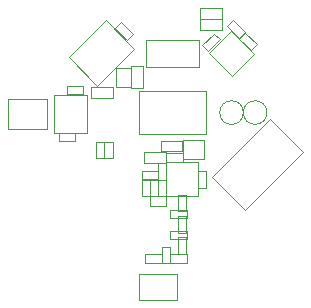
<source format=gbr>
%TF.GenerationSoftware,KiCad,Pcbnew,8.99.0-unknown-ce20689caf~181~ubuntu24.04.1*%
%TF.CreationDate,2024-12-06T11:41:52-05:00*%
%TF.ProjectId,nRF54L15_nPM2100_CR2032,6e524635-344c-4313-955f-6e504d323130,rev?*%
%TF.SameCoordinates,Original*%
%TF.FileFunction,Other,User*%
%FSLAX46Y46*%
G04 Gerber Fmt 4.6, Leading zero omitted, Abs format (unit mm)*
G04 Created by KiCad (PCBNEW 8.99.0-unknown-ce20689caf~181~ubuntu24.04.1) date 2024-12-06 11:41:52*
%MOMM*%
%LPD*%
G01*
G04 APERTURE LIST*
%ADD10C,0.050000*%
G04 APERTURE END LIST*
D10*
%TO.C,U1*%
X189493000Y-59152000D02*
X192193000Y-59152000D01*
X189493000Y-62052000D02*
X189493000Y-59152000D01*
X192193000Y-59152000D02*
X192193000Y-62052000D01*
X192193000Y-62052000D02*
X189493000Y-62052000D01*
%TO.C,L6*%
X189810000Y-67010000D02*
X191210000Y-67010000D01*
X189810000Y-67710000D02*
X189810000Y-67010000D01*
X191210000Y-67010000D02*
X191210000Y-67710000D01*
X191210000Y-67710000D02*
X189810000Y-67710000D01*
%TO.C,C12*%
X188080000Y-60683800D02*
X188780000Y-60683800D01*
X188080000Y-62083800D02*
X188080000Y-60683800D01*
X188780000Y-60683800D02*
X188780000Y-62083800D01*
X188780000Y-62083800D02*
X188080000Y-62083800D01*
%TO.C,L7*%
X187700000Y-67010000D02*
X189100000Y-67010000D01*
X187700000Y-67710000D02*
X187700000Y-67010000D01*
X189100000Y-67010000D02*
X189100000Y-67710000D01*
X189100000Y-67710000D02*
X187700000Y-67710000D01*
%TO.C,C16*%
X192517538Y-49307487D02*
X193507487Y-48317538D01*
X193012513Y-49802462D02*
X192517538Y-49307487D01*
X193507487Y-48317538D02*
X194002462Y-48812513D01*
X194002462Y-48812513D02*
X193012513Y-49802462D01*
%TO.C,JP2*%
X192370000Y-47060000D02*
X194230000Y-47060000D01*
X192370000Y-48000000D02*
X192370000Y-47060000D01*
X194230000Y-47060000D02*
X194230000Y-48000000D01*
X194230000Y-48000000D02*
X192370000Y-48000000D01*
%TO.C,L4*%
X190480000Y-65570000D02*
X191180000Y-65570000D01*
X190480000Y-66970000D02*
X190480000Y-65570000D01*
X191180000Y-65570000D02*
X191180000Y-66970000D01*
X191180000Y-66970000D02*
X190480000Y-66970000D01*
%TO.C,L1*%
X187620000Y-58353800D02*
X189480000Y-58353800D01*
X187620000Y-59293800D02*
X187620000Y-58353800D01*
X189480000Y-58353800D02*
X189480000Y-59293800D01*
X189480000Y-59293800D02*
X187620000Y-59293800D01*
%TO.C,TP2*%
X198000000Y-55000000D02*
G75*
G02*
X196000000Y-55000000I-1000000J0D01*
G01*
X196000000Y-55000000D02*
G75*
G02*
X198000000Y-55000000I1000000J0D01*
G01*
%TO.C,C1*%
X188780000Y-59293800D02*
X189480000Y-59293800D01*
X188780000Y-60693800D02*
X188780000Y-59293800D01*
X189480000Y-59293800D02*
X189480000Y-60693800D01*
X189480000Y-60693800D02*
X188780000Y-60693800D01*
%TO.C,Y2*%
X188080000Y-62893800D02*
X189480000Y-62893800D01*
X189480000Y-62093800D01*
X188080000Y-62093800D01*
X188080000Y-62893800D01*
%TO.C,C10*%
X189010000Y-57370000D02*
X190830000Y-57370000D01*
X189010000Y-58290000D02*
X189010000Y-57370000D01*
X190830000Y-57370000D02*
X190830000Y-58290000D01*
X190830000Y-58290000D02*
X189010000Y-58290000D01*
%TO.C,JP3*%
X192370000Y-46120000D02*
X194230000Y-46120000D01*
X192370000Y-47060000D02*
X192370000Y-46120000D01*
X194230000Y-46120000D02*
X194230000Y-47060000D01*
X194230000Y-47060000D02*
X192370000Y-47060000D01*
%TO.C,C15*%
X195657538Y-48732513D02*
X196152513Y-48237538D01*
X196152513Y-48237538D02*
X197142462Y-49227487D01*
X196647487Y-49722462D02*
X195657538Y-48732513D01*
X197142462Y-49227487D02*
X196647487Y-49722462D01*
%TO.C,C11*%
X189480000Y-58463800D02*
X190880000Y-58463800D01*
X189480000Y-59163800D02*
X189480000Y-58463800D01*
X190880000Y-58463800D02*
X190880000Y-59163800D01*
X190880000Y-59163800D02*
X189480000Y-59163800D01*
%TO.C,R3*%
X184240000Y-57470000D02*
X184940000Y-57470000D01*
X184240000Y-58870000D02*
X184240000Y-57470000D01*
X184940000Y-57470000D02*
X184940000Y-58870000D01*
X184940000Y-58870000D02*
X184240000Y-58870000D01*
%TO.C,AE1*%
X187180000Y-68700000D02*
X190380000Y-68700000D01*
X187180000Y-70900000D02*
X187180000Y-68700000D01*
X190355000Y-70900000D02*
X187180000Y-70900000D01*
X190380000Y-68700000D02*
X190380000Y-70900000D01*
%TO.C,C4*%
X181030000Y-52730000D02*
X182430000Y-52730000D01*
X181030000Y-53430000D02*
X181030000Y-52730000D01*
X182430000Y-52730000D02*
X182430000Y-53430000D01*
X182430000Y-53430000D02*
X181030000Y-53430000D01*
%TO.C,TP1*%
X196000000Y-55000000D02*
G75*
G02*
X194000000Y-55000000I-1000000J0D01*
G01*
X194000000Y-55000000D02*
G75*
G02*
X196000000Y-55000000I1000000J0D01*
G01*
%TO.C,Y1*%
X190880000Y-57354480D02*
X190880000Y-58954480D01*
X190880000Y-58954480D02*
X192680000Y-58954480D01*
X192680000Y-57354480D02*
X190880000Y-57354480D01*
X192680000Y-58954480D02*
X192680000Y-57354480D01*
%TO.C,C3*%
X180380000Y-56700000D02*
X181780000Y-56700000D01*
X180380000Y-57400000D02*
X180380000Y-56700000D01*
X181780000Y-56700000D02*
X181780000Y-57400000D01*
X181780000Y-57400000D02*
X180380000Y-57400000D01*
%TO.C,R4*%
X183140000Y-52850000D02*
X185000000Y-52850000D01*
X183140000Y-53790000D02*
X183140000Y-52850000D01*
X185000000Y-52850000D02*
X185000000Y-53790000D01*
X185000000Y-53790000D02*
X183140000Y-53790000D01*
%TO.C,C2*%
X187380000Y-60683800D02*
X188080000Y-60683800D01*
X187380000Y-62083800D02*
X187380000Y-60683800D01*
X188080000Y-60683800D02*
X188080000Y-62083800D01*
X188080000Y-62083800D02*
X187380000Y-62083800D01*
%TO.C,D1*%
X187720000Y-48880000D02*
X192280000Y-48880000D01*
X187720000Y-51120000D02*
X187720000Y-48880000D01*
X192280000Y-48880000D02*
X192280000Y-51120000D01*
X192280000Y-51120000D02*
X187720000Y-51120000D01*
%TO.C,FB1*%
X187380000Y-59963800D02*
X188780000Y-59963800D01*
X187380000Y-60663800D02*
X187380000Y-59963800D01*
X188780000Y-59963800D02*
X188780000Y-60663800D01*
X188780000Y-60663800D02*
X187380000Y-60663800D01*
%TO.C,U3*%
X196909188Y-50070711D02*
X195070711Y-51909188D01*
X193090812Y-49929289D01*
X194929289Y-48090812D01*
X196909188Y-50070711D01*
%TO.C,Q1*%
X185250000Y-51200000D02*
X186450000Y-51200000D01*
X185250000Y-52800000D02*
X185250000Y-51200000D01*
X186450000Y-51200000D02*
X186450000Y-52800000D01*
X186450000Y-52800000D02*
X185250000Y-52800000D01*
%TO.C,J1*%
X193310913Y-60460660D02*
X198260660Y-55510913D01*
X196139340Y-63289087D02*
X193310913Y-60460660D01*
X198260660Y-55510913D02*
X201089087Y-58339340D01*
X201089087Y-58339340D02*
X196139340Y-63289087D01*
%TO.C,C17*%
X194617538Y-47682513D02*
X195112513Y-47187538D01*
X195112513Y-47187538D02*
X196102462Y-48177487D01*
X195607487Y-48672462D02*
X194617538Y-47682513D01*
X196102462Y-48177487D02*
X195607487Y-48672462D01*
%TO.C,C8*%
X192160842Y-59970000D02*
X192860842Y-59970000D01*
X192160842Y-61370000D02*
X192160842Y-59970000D01*
X192860842Y-59970000D02*
X192860842Y-61370000D01*
X192860842Y-61370000D02*
X192160842Y-61370000D01*
%TO.C,L2*%
X190480000Y-61970000D02*
X191180000Y-61970000D01*
X190480000Y-63370000D02*
X190480000Y-61970000D01*
X191180000Y-61970000D02*
X191180000Y-63370000D01*
X191180000Y-63370000D02*
X190480000Y-63370000D01*
%TO.C,C20*%
X185137538Y-47852513D02*
X185632513Y-47357538D01*
X185632513Y-47357538D02*
X186622462Y-48347487D01*
X186127487Y-48842462D02*
X185137538Y-47852513D01*
X186622462Y-48347487D02*
X186127487Y-48842462D01*
%TO.C,L18*%
X189100000Y-66340000D02*
X189800000Y-66340000D01*
X189100000Y-67740000D02*
X189100000Y-66340000D01*
X189800000Y-66340000D02*
X189800000Y-67740000D01*
X189800000Y-67740000D02*
X189100000Y-67740000D01*
%TO.C,JP1*%
X176049999Y-53850000D02*
X176049999Y-56350000D01*
X176049999Y-53850000D02*
X179349999Y-53850000D01*
X179349999Y-56350000D02*
X176049999Y-56350000D01*
X179349999Y-56350000D02*
X179349999Y-53850000D01*
%TO.C,R2*%
X183540000Y-57470000D02*
X184240000Y-57470000D01*
X183540000Y-58870000D02*
X183540000Y-57470000D01*
X184240000Y-57470000D02*
X184240000Y-58870000D01*
X184240000Y-58870000D02*
X183540000Y-58870000D01*
%TO.C,SW1*%
X187150000Y-53150000D02*
X192850000Y-53150000D01*
X187150000Y-56850000D02*
X187150000Y-53150000D01*
X192850000Y-53150000D02*
X192850000Y-56850000D01*
X192850000Y-56850000D02*
X187150000Y-56850000D01*
%TO.C,C6*%
X189810000Y-63220000D02*
X191210000Y-63220000D01*
X189810000Y-63920000D02*
X189810000Y-63220000D01*
X191210000Y-63220000D02*
X191210000Y-63920000D01*
X191210000Y-63920000D02*
X189810000Y-63920000D01*
%TO.C,C9*%
X189810000Y-65020000D02*
X191210000Y-65020000D01*
X189810000Y-65720000D02*
X189810000Y-65020000D01*
X191210000Y-65020000D02*
X191210000Y-65720000D01*
X191210000Y-65720000D02*
X189810000Y-65720000D01*
%TO.C,L3*%
X190480000Y-63770000D02*
X191180000Y-63770000D01*
X190480000Y-65170000D02*
X190480000Y-63770000D01*
X191180000Y-63770000D02*
X191180000Y-65170000D01*
X191180000Y-65170000D02*
X190480000Y-65170000D01*
%TO.C,MK1*%
X186757716Y-49598591D02*
X183646447Y-52709860D01*
X181242284Y-50305697D01*
X184353553Y-47194428D01*
X186757716Y-49598591D01*
%TO.C,R1*%
X186530000Y-51070000D02*
X187470000Y-51070000D01*
X186530000Y-52930000D02*
X186530000Y-51070000D01*
X187470000Y-51070000D02*
X187470000Y-52930000D01*
X187470000Y-52930000D02*
X186530000Y-52930000D01*
%TO.C,C5*%
X188780000Y-60693800D02*
X189480000Y-60693800D01*
X188780000Y-62093800D02*
X188780000Y-60693800D01*
X189480000Y-60693800D02*
X189480000Y-62093800D01*
X189480000Y-62093800D02*
X188780000Y-62093800D01*
%TO.C,U2*%
X180000000Y-53500000D02*
X180000000Y-56700000D01*
X180000000Y-56700000D02*
X182800000Y-56700000D01*
X182800000Y-53500000D02*
X180000000Y-53500000D01*
X182800000Y-53500000D02*
X182800000Y-56700000D01*
%TD*%
M02*

</source>
